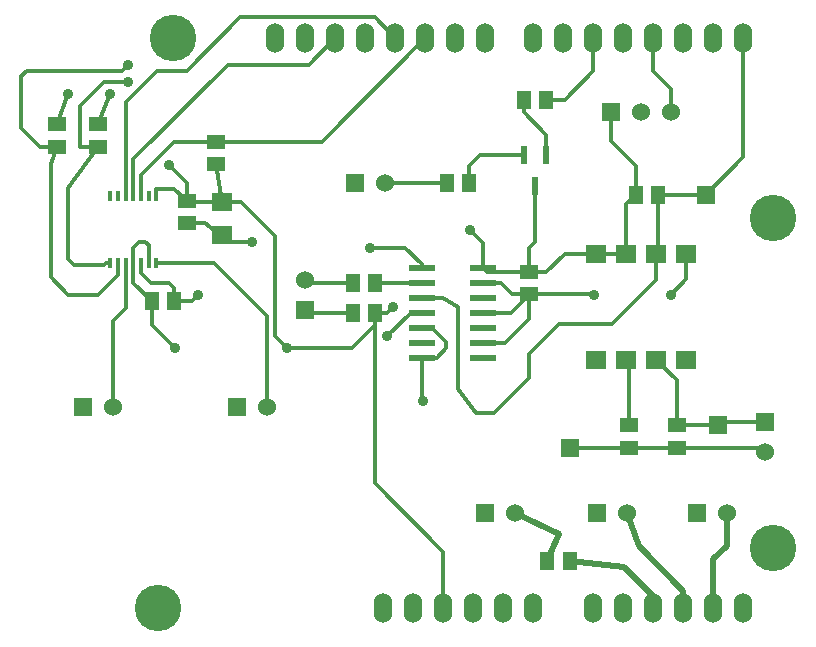
<source format=gtl>
%FSLAX34Y34*%
G04 Gerber Fmt 3.4, Leading zero omitted, Abs format*
G04 (created by PCBNEW (2014-02-26 BZR 4721)-product) date Wednesday, 03 June 2015 14:52:33*
%MOIN*%
G01*
G70*
G90*
G04 APERTURE LIST*
%ADD10C,0.005906*%
%ADD11R,0.071000X0.063000*%
%ADD12R,0.051200X0.059000*%
%ADD13R,0.059000X0.051200*%
%ADD14R,0.060000X0.060000*%
%ADD15C,0.060000*%
%ADD16R,0.070000X0.059800*%
%ADD17R,0.023600X0.059085*%
%ADD18O,0.060000X0.100000*%
%ADD19C,0.155000*%
%ADD20R,0.086600X0.023600*%
%ADD21R,0.013700X0.035400*%
%ADD22C,0.035000*%
%ADD23C,0.019685*%
%ADD24C,0.011811*%
G04 APERTURE END LIST*
G54D10*
G54D11*
X38582Y-35276D03*
X38582Y-36376D03*
G54D12*
X36239Y-38582D03*
X36989Y-38582D03*
G54D13*
X37401Y-35254D03*
X37401Y-36004D03*
X48818Y-38367D03*
X48818Y-37617D03*
X53740Y-42735D03*
X53740Y-43485D03*
G54D14*
X51559Y-32283D03*
G54D15*
X52559Y-32283D03*
X53559Y-32283D03*
G54D16*
X51060Y-40552D03*
X52060Y-40552D03*
X53058Y-40552D03*
X54058Y-40552D03*
X54058Y-37006D03*
X53058Y-37006D03*
X52060Y-37006D03*
X51060Y-37006D03*
G54D14*
X51074Y-45669D03*
G54D15*
X52074Y-45669D03*
G54D14*
X43003Y-34645D03*
G54D15*
X44003Y-34645D03*
G54D14*
X39066Y-42125D03*
G54D15*
X40066Y-42125D03*
G54D14*
X54421Y-45669D03*
G54D15*
X55421Y-45669D03*
G54D14*
X47334Y-45669D03*
G54D15*
X48334Y-45669D03*
G54D14*
X33948Y-42125D03*
G54D15*
X34948Y-42125D03*
G54D14*
X56692Y-42610D03*
G54D15*
X56692Y-43610D03*
G54D14*
X41338Y-38885D03*
G54D15*
X41338Y-37885D03*
G54D14*
X50196Y-43503D03*
X55118Y-42716D03*
X54724Y-35039D03*
G54D17*
X49390Y-33737D03*
X49015Y-34766D03*
X48640Y-33737D03*
G54D13*
X38385Y-33286D03*
X38385Y-34036D03*
G54D12*
X46831Y-34645D03*
X46081Y-34645D03*
X49390Y-31889D03*
X48640Y-31889D03*
X50178Y-47244D03*
X49428Y-47244D03*
G54D13*
X33070Y-32695D03*
X33070Y-33445D03*
X34448Y-32695D03*
X34448Y-33445D03*
G54D12*
X43682Y-37992D03*
X42932Y-37992D03*
X43682Y-38976D03*
X42932Y-38976D03*
G54D13*
X52165Y-42735D03*
X52165Y-43485D03*
G54D12*
X52380Y-35039D03*
X53130Y-35039D03*
G54D18*
X55964Y-48832D03*
X54964Y-48832D03*
X53964Y-48832D03*
X50964Y-48832D03*
X51964Y-48832D03*
X52964Y-48832D03*
X48964Y-48832D03*
X47964Y-48832D03*
X46964Y-48832D03*
X44964Y-48832D03*
X43964Y-48832D03*
X55964Y-29832D03*
X54964Y-29832D03*
X53964Y-29832D03*
X52964Y-29832D03*
X51964Y-29832D03*
X50964Y-29832D03*
X49964Y-29832D03*
X48964Y-29832D03*
X47364Y-29832D03*
X46364Y-29832D03*
X45364Y-29832D03*
X44364Y-29832D03*
X43364Y-29832D03*
X42364Y-29832D03*
X41364Y-29832D03*
X40364Y-29832D03*
X45964Y-48832D03*
G54D19*
X56964Y-46832D03*
X56964Y-35832D03*
X36964Y-29832D03*
X36464Y-48832D03*
G54D20*
X45236Y-37476D03*
X45236Y-37976D03*
X45236Y-38476D03*
X45236Y-38976D03*
X45236Y-39476D03*
X45236Y-39976D03*
X45236Y-40476D03*
X47282Y-40476D03*
X47282Y-39976D03*
X47282Y-39476D03*
X47282Y-38976D03*
X47282Y-38476D03*
X47282Y-37976D03*
X47282Y-37476D03*
G54D21*
X36396Y-35089D03*
X36140Y-35089D03*
X35884Y-35089D03*
X35629Y-35089D03*
X35374Y-35089D03*
X35118Y-35089D03*
X34862Y-35089D03*
X34862Y-37332D03*
X35118Y-37332D03*
X35374Y-37332D03*
X35629Y-37332D03*
X35884Y-37332D03*
X36140Y-37332D03*
X36396Y-37332D03*
G54D22*
X45275Y-41929D03*
X37795Y-38385D03*
X39566Y-36614D03*
X53543Y-38385D03*
X50984Y-38385D03*
X35433Y-31299D03*
X44094Y-39763D03*
X43503Y-36811D03*
X35433Y-30708D03*
X40748Y-40157D03*
X37007Y-40157D03*
X46850Y-36220D03*
X44291Y-38779D03*
X33464Y-31692D03*
X34842Y-31692D03*
X36811Y-34055D03*
G54D23*
X53964Y-48832D02*
X53964Y-48255D01*
X52468Y-46759D02*
X52074Y-45669D01*
X53964Y-48255D02*
X52468Y-46759D01*
X54964Y-48832D02*
X54964Y-47200D01*
X55421Y-46744D02*
X55421Y-45669D01*
X54964Y-47200D02*
X55421Y-46744D01*
G54D24*
X50964Y-29832D02*
X50964Y-30925D01*
X50000Y-31889D02*
X49390Y-31889D01*
X50964Y-30925D02*
X50000Y-31889D01*
G54D23*
X52964Y-48832D02*
X52964Y-48437D01*
X51968Y-47440D02*
X50178Y-47244D01*
X52964Y-48437D02*
X51968Y-47440D01*
G54D24*
X45236Y-40476D02*
X45236Y-41890D01*
X45236Y-41890D02*
X45275Y-41929D01*
X45236Y-39476D02*
X45578Y-39476D01*
X45744Y-40476D02*
X45236Y-40476D01*
X46062Y-40157D02*
X45744Y-40476D01*
X46062Y-39960D02*
X46062Y-40157D01*
X45578Y-39476D02*
X46062Y-39960D01*
X36989Y-38582D02*
X37598Y-38582D01*
X37598Y-38582D02*
X37795Y-38385D01*
X38820Y-36614D02*
X39566Y-36614D01*
X38013Y-36004D02*
X38820Y-36614D01*
X37401Y-36004D02*
X38013Y-36004D01*
X35884Y-37332D02*
X35884Y-37656D01*
X36989Y-38170D02*
X36989Y-38582D01*
X36811Y-37992D02*
X36989Y-38170D01*
X36220Y-37992D02*
X36811Y-37992D01*
X35884Y-37656D02*
X36220Y-37992D01*
X48818Y-38367D02*
X50965Y-38367D01*
X54058Y-37871D02*
X54058Y-37006D01*
X53543Y-38385D02*
X54058Y-37871D01*
X50965Y-38367D02*
X50984Y-38385D01*
X48818Y-38367D02*
X48818Y-38385D01*
X48228Y-38976D02*
X47282Y-38976D01*
X48818Y-38385D02*
X48228Y-38976D01*
X48818Y-38367D02*
X48247Y-38367D01*
X47298Y-37992D02*
X47282Y-37976D01*
X47872Y-37992D02*
X47298Y-37992D01*
X48247Y-38367D02*
X47872Y-37992D01*
X48818Y-38367D02*
X48818Y-39173D01*
X48015Y-39976D02*
X47282Y-39976D01*
X48818Y-39173D02*
X48015Y-39976D01*
X52964Y-29832D02*
X52964Y-30917D01*
X53559Y-31511D02*
X53559Y-32283D01*
X52964Y-30917D02*
X53559Y-31511D01*
X34448Y-33445D02*
X33839Y-33445D01*
X34645Y-31299D02*
X35433Y-31299D01*
X33858Y-32086D02*
X34645Y-31299D01*
X33858Y-33427D02*
X33858Y-32086D01*
X33839Y-33445D02*
X33858Y-33427D01*
X34862Y-37332D02*
X34714Y-37332D01*
X33464Y-34823D02*
X34448Y-33445D01*
X33464Y-37204D02*
X33464Y-34823D01*
X33661Y-37401D02*
X33464Y-37204D01*
X34645Y-37401D02*
X33661Y-37401D01*
X34714Y-37332D02*
X34645Y-37401D01*
X35374Y-35089D02*
X35374Y-31947D01*
X43666Y-29133D02*
X44364Y-29832D01*
X39173Y-29133D02*
X43666Y-29133D01*
X37401Y-30905D02*
X39173Y-29133D01*
X36417Y-30905D02*
X37401Y-30905D01*
X35374Y-31947D02*
X36417Y-30905D01*
X53740Y-42735D02*
X53740Y-41234D01*
X53740Y-41234D02*
X53058Y-40552D01*
X56692Y-42610D02*
X55224Y-42610D01*
X55099Y-42735D02*
X53740Y-42735D01*
X55224Y-42610D02*
X55099Y-42735D01*
X53740Y-43485D02*
X56567Y-43485D01*
X56567Y-43485D02*
X56692Y-43610D01*
X52165Y-43485D02*
X53740Y-43485D01*
X50196Y-43503D02*
X52146Y-43503D01*
X52146Y-43503D02*
X52165Y-43485D01*
X52165Y-42735D02*
X52165Y-40657D01*
X52165Y-40657D02*
X52060Y-40552D01*
X46081Y-34645D02*
X44003Y-34645D01*
G54D23*
X49428Y-47244D02*
X49821Y-46369D01*
X49821Y-46369D02*
X48334Y-45669D01*
G54D24*
X42932Y-38976D02*
X41429Y-38976D01*
X41429Y-38976D02*
X41338Y-38885D01*
X42932Y-37992D02*
X41444Y-37992D01*
X41444Y-37992D02*
X41338Y-37885D01*
X46831Y-34645D02*
X46831Y-34073D01*
X47167Y-33737D02*
X48640Y-33737D01*
X46831Y-34073D02*
X47167Y-33737D01*
X48640Y-31889D02*
X48640Y-32302D01*
X49390Y-33052D02*
X49390Y-33737D01*
X48640Y-32302D02*
X49390Y-33052D01*
X45236Y-37976D02*
X43697Y-37976D01*
X43697Y-37976D02*
X43682Y-37992D01*
X45236Y-37476D02*
X45236Y-37362D01*
X44881Y-38976D02*
X45236Y-38976D01*
X44094Y-39763D02*
X44881Y-38976D01*
X44685Y-36811D02*
X43503Y-36811D01*
X45236Y-37362D02*
X44685Y-36811D01*
X36396Y-37332D02*
X38316Y-37332D01*
X40066Y-39082D02*
X40066Y-42125D01*
X38316Y-37332D02*
X40066Y-39082D01*
X35374Y-37332D02*
X35374Y-38837D01*
X34948Y-39263D02*
X34948Y-42125D01*
X35374Y-38837D02*
X34948Y-39263D01*
X53058Y-37006D02*
X53058Y-37886D01*
X45956Y-38476D02*
X45236Y-38476D01*
X46456Y-38779D02*
X45956Y-38476D01*
X46456Y-41535D02*
X46456Y-38779D01*
X47047Y-42322D02*
X46456Y-41535D01*
X47637Y-42322D02*
X47047Y-42322D01*
X48818Y-41141D02*
X47637Y-42322D01*
X48818Y-40354D02*
X48818Y-41141D01*
X49803Y-39370D02*
X48818Y-40354D01*
X51574Y-39370D02*
X49803Y-39370D01*
X53058Y-37886D02*
X51574Y-39370D01*
X53130Y-35039D02*
X53130Y-36933D01*
X53130Y-36933D02*
X53058Y-37006D01*
X54724Y-35039D02*
X53130Y-35039D01*
X55964Y-29832D02*
X55964Y-33799D01*
X55964Y-33799D02*
X54724Y-35039D01*
X35629Y-35089D02*
X35629Y-33858D01*
X41488Y-30708D02*
X42364Y-29832D01*
X38779Y-30708D02*
X41488Y-30708D01*
X35629Y-33858D02*
X38779Y-30708D01*
X33070Y-33445D02*
X32499Y-33445D01*
X35236Y-30905D02*
X35433Y-30708D01*
X32086Y-30905D02*
X35236Y-30905D01*
X31889Y-31102D02*
X32086Y-30905D01*
X31889Y-32836D02*
X31889Y-31102D01*
X32499Y-33445D02*
X31889Y-32836D01*
X35118Y-37332D02*
X35118Y-37715D01*
X32874Y-34036D02*
X33070Y-33445D01*
X32874Y-37795D02*
X32874Y-34036D01*
X33464Y-38385D02*
X32874Y-37795D01*
X34448Y-38385D02*
X33464Y-38385D01*
X35118Y-37715D02*
X34448Y-38385D01*
X38385Y-33286D02*
X41910Y-33286D01*
X41910Y-33286D02*
X45364Y-29832D01*
X35884Y-35089D02*
X35884Y-34390D01*
X36989Y-33286D02*
X38385Y-33286D01*
X35884Y-34390D02*
X36989Y-33286D01*
X38582Y-35276D02*
X39213Y-35276D01*
X40354Y-39763D02*
X40748Y-40157D01*
X40354Y-36417D02*
X40354Y-39763D01*
X39213Y-35276D02*
X40354Y-36417D01*
X43682Y-38976D02*
X43682Y-39388D01*
X43682Y-39388D02*
X42913Y-40157D01*
X42913Y-40157D02*
X40748Y-40157D01*
X36239Y-39388D02*
X36239Y-38582D01*
X37007Y-40157D02*
X36239Y-39388D01*
X47282Y-36652D02*
X47282Y-37476D01*
X46850Y-36220D02*
X47282Y-36652D01*
X44094Y-38976D02*
X44291Y-38779D01*
X43682Y-38976D02*
X44094Y-38976D01*
X36989Y-34842D02*
X37401Y-35254D01*
X36417Y-34842D02*
X36989Y-34842D01*
X36396Y-34862D02*
X36417Y-34842D01*
X36396Y-35089D02*
X36396Y-34862D01*
X33464Y-31692D02*
X33070Y-32695D01*
X37401Y-35254D02*
X37401Y-34645D01*
X34842Y-31692D02*
X34448Y-32695D01*
X37401Y-34645D02*
X36811Y-34055D01*
X38582Y-35276D02*
X37423Y-35276D01*
X37423Y-35276D02*
X37401Y-35254D01*
X38582Y-35276D02*
X38385Y-34036D01*
X45964Y-48832D02*
X45964Y-46948D01*
X43682Y-44666D02*
X43682Y-38976D01*
X45964Y-46948D02*
X43682Y-44666D01*
X48818Y-37617D02*
X47423Y-37617D01*
X47423Y-37617D02*
X47282Y-37476D01*
X52380Y-35039D02*
X52380Y-34073D01*
X51559Y-33251D02*
X51559Y-32283D01*
X52380Y-34073D02*
X51559Y-33251D01*
X52060Y-37006D02*
X52060Y-35360D01*
X52060Y-35360D02*
X52380Y-35039D01*
X51060Y-37006D02*
X52060Y-37006D01*
X48818Y-37617D02*
X49390Y-37617D01*
X50001Y-37006D02*
X51060Y-37006D01*
X49390Y-37617D02*
X50001Y-37006D01*
X49015Y-34766D02*
X49015Y-36614D01*
X48818Y-36811D02*
X48818Y-37617D01*
X49015Y-36614D02*
X48818Y-36811D01*
X35629Y-37332D02*
X35629Y-36811D01*
X36140Y-36731D02*
X36140Y-37332D01*
X36023Y-36614D02*
X36140Y-36731D01*
X35826Y-36614D02*
X36023Y-36614D01*
X35629Y-36811D02*
X35826Y-36614D01*
X35629Y-37332D02*
X35629Y-37973D01*
X35629Y-37973D02*
X36239Y-38582D01*
M02*

</source>
